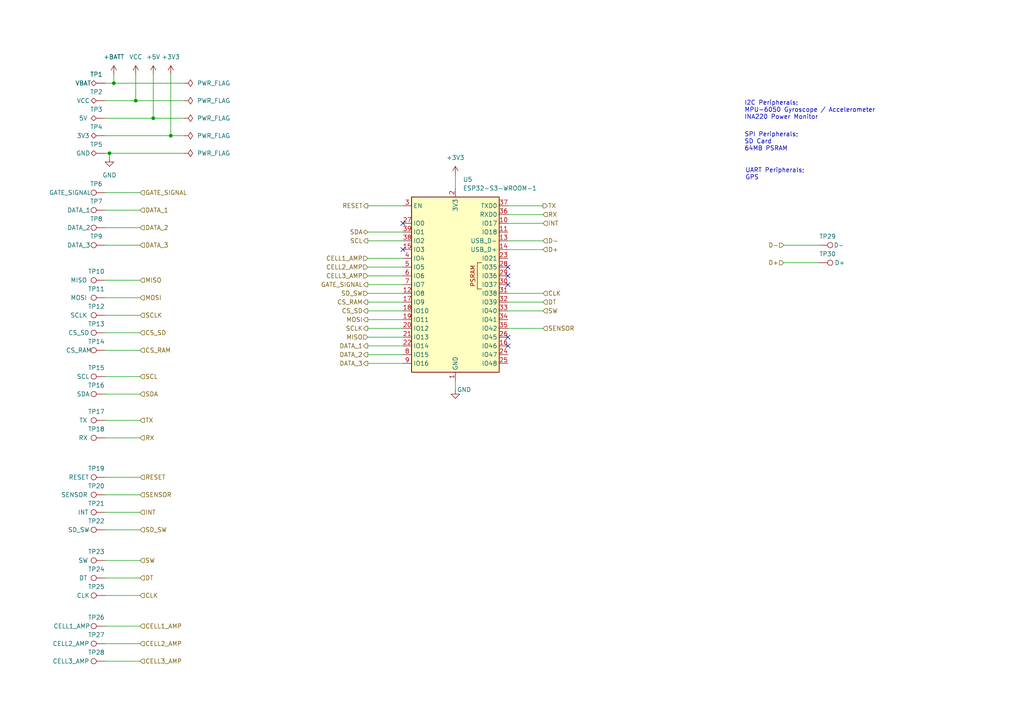
<source format=kicad_sch>
(kicad_sch (version 20231120) (generator "eeschema") (generator_version "8.0")
  (paper "A4")
  (lib_symbols
    (symbol "Connector:TestPoint" (pin_numbers hide) (pin_names (offset 0.762) hide)
      (property "Reference" "TP" (at 0 6.858 0))
      (property "Value" "TestPoint" (at 0 5.08 0))
      (symbol "TestPoint_0_1"
        (circle (center 0 3.302) (radius 0.762))
      )
      (symbol "TestPoint_1_1"
        (pin passive line (at 0 0 90) (length 2.54) (name "1") (number "1"))
      )
    )
    (symbol "Connector:TestPoint_Alt" (pin_numbers hide) (pin_names (offset 0.762) hide)
      (property "Reference" "TP" (at 0 6.858 0))
      (property "Value" "TestPoint_Alt" (at 0 5.08 0))
      (symbol "TestPoint_Alt_0_1"
        (polyline (pts (xy 0 2.54) (xy -0.762 3.302) (xy 0 4.064) (xy 0.762 3.302) (xy 0 2.54)))
      )
      (symbol "TestPoint_Alt_1_1"
        (pin passive line (at 0 0 90) (length 2.54) (name "1") (number "1"))
      )
    )
    (symbol "RF_Module:ESP32-S3-WROOM-1"
      (property "Reference" "U" (at -12.7 26.67 0))
      (property "Value" "ESP32-S3-WROOM-1" (at 12.7 26.67 0))
      (symbol "ESP32-S3-WROOM-1_0_0"
        (rectangle (start -12.7 25.4) (end 12.7 -25.4) (stroke (width 0.254)) (fill (type background)))
        (text "PSRAM" (at 5.08 2.54 900) (effects (font (size 1.27 1.27))))
      )
      (symbol "ESP32-S3-WROOM-1_0_1"
        (polyline (pts (xy 7.62 -1.27) (xy 6.35 -1.27) (xy 6.35 6.35) (xy 7.62 6.35)))
      )
      (symbol "ESP32-S3-WROOM-1_1_1"
        (pin power_in line (at 0 -27.94 90) (length 2.54) (name "GND") (number "1"))
        (pin bidirectional line (at 15.24 17.78 180) (length 2.54) (name "IO17") (number "10"))
        (pin bidirectional line (at 15.24 15.24 180) (length 2.54) (name "IO18") (number "11"))
        (pin bidirectional line (at -15.24 -2.54 0) (length 2.54) (name "IO8") (number "12"))
        (pin bidirectional line (at 15.24 12.7 180) (length 2.54) (name "USB_D-") (number "13"))
        (pin bidirectional line (at 15.24 10.16 180) (length 2.54) (name "USB_D+") (number "14"))
        (pin bidirectional line (at -15.24 10.16 0) (length 2.54) (name "IO3") (number "15"))
        (pin bidirectional line (at 15.24 -17.78 180) (length 2.54) (name "IO46") (number "16"))
        (pin bidirectional line (at -15.24 -5.08 0) (length 2.54) (name "IO9") (number "17"))
        (pin bidirectional line (at -15.24 -7.62 0) (length 2.54) (name "IO10") (number "18"))
        (pin bidirectional line (at -15.24 -10.16 0) (length 2.54) (name "IO11") (number "19"))
        (pin power_in line (at 0 27.94 270) (length 2.54) (name "3V3") (number "2"))
        (pin bidirectional line (at -15.24 -12.7 0) (length 2.54) (name "IO12") (number "20"))
        (pin bidirectional line (at -15.24 -15.24 0) (length 2.54) (name "IO13") (number "21"))
        (pin bidirectional line (at -15.24 -17.78 0) (length 2.54) (name "IO14") (number "22"))
        (pin bidirectional line (at 15.24 7.62 180) (length 2.54) (name "IO21") (number "23"))
        (pin bidirectional line (at 15.24 -20.32 180) (length 2.54) (name "IO47") (number "24"))
        (pin bidirectional line (at 15.24 -22.86 180) (length 2.54) (name "IO48") (number "25"))
        (pin bidirectional line (at 15.24 -15.24 180) (length 2.54) (name "IO45") (number "26"))
        (pin bidirectional line (at -15.24 17.78 0) (length 2.54) (name "IO0") (number "27"))
        (pin bidirectional line (at 15.24 5.08 180) (length 2.54) (name "IO35") (number "28"))
        (pin bidirectional line (at 15.24 2.54 180) (length 2.54) (name "IO36") (number "29"))
        (pin input line (at -15.24 22.86 0) (length 2.54) (name "EN") (number "3"))
        (pin bidirectional line (at 15.24 0 180) (length 2.54) (name "IO37") (number "30"))
        (pin bidirectional line (at 15.24 -2.54 180) (length 2.54) (name "IO38") (number "31"))
        (pin bidirectional line (at 15.24 -5.08 180) (length 2.54) (name "IO39") (number "32"))
        (pin bidirectional line (at 15.24 -7.62 180) (length 2.54) (name "IO40") (number "33"))
        (pin bidirectional line (at 15.24 -10.16 180) (length 2.54) (name "IO41") (number "34"))
        (pin bidirectional line (at 15.24 -12.7 180) (length 2.54) (name "IO42") (number "35"))
        (pin bidirectional line (at 15.24 20.32 180) (length 2.54) (name "RXD0") (number "36"))
        (pin bidirectional line (at 15.24 22.86 180) (length 2.54) (name "TXD0") (number "37"))
        (pin bidirectional line (at -15.24 12.7 0) (length 2.54) (name "IO2") (number "38"))
        (pin bidirectional line (at -15.24 15.24 0) (length 2.54) (name "IO1") (number "39"))
        (pin bidirectional line (at -15.24 7.62 0) (length 2.54) (name "IO4") (number "4"))
        (pin passive line (at 0 -27.94 90) (length 2.54) hide (name "GND") (number "40"))
        (pin passive line (at 0 -27.94 90) (length 2.54) hide (name "GND") (number "41"))
        (pin bidirectional line (at -15.24 5.08 0) (length 2.54) (name "IO5") (number "5"))
        (pin bidirectional line (at -15.24 2.54 0) (length 2.54) (name "IO6") (number "6"))
        (pin bidirectional line (at -15.24 0 0) (length 2.54) (name "IO7") (number "7"))
        (pin bidirectional line (at -15.24 -20.32 0) (length 2.54) (name "IO15") (number "8"))
        (pin bidirectional line (at -15.24 -22.86 0) (length 2.54) (name "IO16") (number "9"))
      )
    )
    (symbol "power:+3V3" (power) (pin_names (offset 0))
      (property "Value" "+3V3" (at 0 3.556 0))
      (symbol "+3V3_0_1"
        (polyline (pts (xy -0.762 1.27) (xy 0 2.54)))
        (polyline (pts (xy 0 0) (xy 0 2.54)))
        (polyline (pts (xy 0 2.54) (xy 0.762 1.27)))
      )
      (symbol "+3V3_1_1"
        (pin power_in line (at 0 0 90) (length 0) hide (name "+3V3") (number "1"))
      )
    )
    (symbol "power:+5V" (power) (pin_names (offset 0))
      (property "Value" "+5V" (at 0 3.556 0))
      (symbol "+5V_0_1"
        (polyline (pts (xy -0.762 1.27) (xy 0 2.54)))
        (polyline (pts (xy 0 0) (xy 0 2.54)))
        (polyline (pts (xy 0 2.54) (xy 0.762 1.27)))
      )
      (symbol "+5V_1_1"
        (pin power_in line (at 0 0 90) (length 0) hide (name "+5V") (number "1"))
      )
    )
    (symbol "power:+BATT" (power) (pin_names (offset 0))
      (property "Value" "+BATT" (at 0 3.556 0))
      (symbol "+BATT_0_1"
        (polyline (pts (xy -0.762 1.27) (xy 0 2.54)))
        (polyline (pts (xy 0 0) (xy 0 2.54)))
        (polyline (pts (xy 0 2.54) (xy 0.762 1.27)))
      )
      (symbol "+BATT_1_1"
        (pin power_in line (at 0 0 90) (length 0) hide (name "+BATT") (number "1"))
      )
    )
    (symbol "power:GND" (power) (pin_names (offset 0))
      (property "Value" "GND" (at 0 -3.81 0))
      (symbol "GND_0_1"
        (polyline (pts (xy 0 0) (xy 0 -1.27) (xy 1.27 -1.27) (xy 0 -2.54) (xy -1.27 -1.27) (xy 0 -1.27)))
      )
      (symbol "GND_1_1"
        (pin power_in line (at 0 0 270) (length 0) hide (name "GND") (number "1"))
      )
    )
    (symbol "power:PWR_FLAG" (power) (pin_numbers hide) (pin_names (offset 0) hide)
      (property "Value" "PWR_FLAG" (at 0 3.81 0))
      (symbol "PWR_FLAG_0_0"
        (pin power_out line (at 0 0 90) (length 0) (name "pwr") (number "1"))
      )
      (symbol "PWR_FLAG_0_1"
        (polyline (pts (xy 0 0) (xy 0 1.27) (xy -1.016 1.905) (xy 0 2.54) (xy 1.016 1.905) (xy 0 1.27)))
      )
    )
    (symbol "power:VCC" (power) (pin_names (offset 0))
      (property "Value" "VCC" (at 0 3.81 0))
      (symbol "VCC_0_1"
        (polyline (pts (xy -0.762 1.27) (xy 0 2.54)))
        (polyline (pts (xy 0 0) (xy 0 2.54)))
        (polyline (pts (xy 0 2.54) (xy 0.762 1.27)))
      )
      (symbol "VCC_1_1"
        (pin power_in line (at 0 0 90) (length 0) hide (name "VCC") (number "1"))
      )
    )
  )
  (junction (at 49.53 39.37))
  (junction (at 33.02 24.13))
  (junction (at 31.75 44.45))
  (junction (at 44.45 34.29))
  (junction (at 39.37 29.21))
  (no_connect (at 147.32 77.47))
  (no_connect (at 147.32 82.55))
  (no_connect (at 147.32 100.33))
  (no_connect (at 147.32 80.01))
  (no_connect (at 147.32 97.79))
  (no_connect (at 116.84 72.39))
  (no_connect (at 116.84 64.77))
  (wire (pts (xy 39.37 21.59) (xy 39.37 29.21)))
  (wire (pts (xy 147.32 85.09) (xy 157.48 85.09)))
  (wire (pts (xy 30.48 121.92) (xy 40.64 121.92)))
  (wire (pts (xy 30.48 143.51) (xy 40.64 143.51)))
  (wire (pts (xy 30.48 60.96) (xy 40.64 60.96)))
  (wire (pts (xy 39.37 29.21) (xy 53.34 29.21)))
  (wire (pts (xy 116.84 87.63) (xy 106.68 87.63)))
  (wire (pts (xy 106.68 85.09) (xy 116.84 85.09)))
  (wire (pts (xy 147.32 69.85) (xy 157.48 69.85)))
  (wire (pts (xy 116.84 74.93) (xy 106.68 74.93)))
  (wire (pts (xy 30.48 44.45) (xy 31.75 44.45)))
  (wire (pts (xy 31.75 44.45) (xy 53.34 44.45)))
  (wire (pts (xy 116.84 102.87) (xy 106.68 102.87)))
  (wire (pts (xy 30.48 101.6) (xy 40.64 101.6)))
  (wire (pts (xy 30.48 91.44) (xy 40.64 91.44)))
  (wire (pts (xy 147.32 62.23) (xy 157.48 62.23)))
  (wire (pts (xy 49.53 39.37) (xy 49.53 21.59)))
  (wire (pts (xy 30.48 55.88) (xy 40.64 55.88)))
  (wire (pts (xy 33.02 24.13) (xy 53.34 24.13)))
  (wire (pts (xy 30.48 148.59) (xy 40.64 148.59)))
  (wire (pts (xy 116.84 59.69) (xy 106.68 59.69)))
  (wire (pts (xy 116.84 67.31) (xy 106.68 67.31)))
  (wire (pts (xy 30.48 172.72) (xy 40.64 172.72)))
  (wire (pts (xy 116.84 105.41) (xy 106.68 105.41)))
  (wire (pts (xy 147.32 59.69) (xy 157.48 59.69)))
  (wire (pts (xy 116.84 82.55) (xy 106.68 82.55)))
  (wire (pts (xy 237.49 71.12) (xy 227.33 71.12)))
  (wire (pts (xy 39.37 29.21) (xy 30.48 29.21)))
  (wire (pts (xy 30.48 96.52) (xy 40.64 96.52)))
  (wire (pts (xy 30.48 109.22) (xy 40.64 109.22)))
  (wire (pts (xy 116.84 97.79) (xy 106.68 97.79)))
  (wire (pts (xy 132.08 50.8) (xy 132.08 54.61)))
  (wire (pts (xy 157.48 95.25) (xy 147.32 95.25)))
  (wire (pts (xy 30.48 86.36) (xy 40.64 86.36)))
  (wire (pts (xy 44.45 21.59) (xy 44.45 34.29)))
  (wire (pts (xy 147.32 64.77) (xy 157.48 64.77)))
  (wire (pts (xy 30.48 162.56) (xy 40.64 162.56)))
  (wire (pts (xy 30.48 114.3) (xy 40.64 114.3)))
  (wire (pts (xy 30.48 181.61) (xy 40.64 181.61)))
  (wire (pts (xy 44.45 34.29) (xy 30.48 34.29)))
  (wire (pts (xy 116.84 100.33) (xy 106.68 100.33)))
  (wire (pts (xy 30.48 127) (xy 40.64 127)))
  (wire (pts (xy 147.32 87.63) (xy 157.48 87.63)))
  (wire (pts (xy 237.49 76.2) (xy 227.33 76.2)))
  (wire (pts (xy 147.32 72.39) (xy 157.48 72.39)))
  (wire (pts (xy 30.48 66.04) (xy 40.64 66.04)))
  (wire (pts (xy 30.48 153.67) (xy 40.64 153.67)))
  (wire (pts (xy 116.84 77.47) (xy 106.68 77.47)))
  (wire (pts (xy 30.48 138.43) (xy 40.64 138.43)))
  (wire (pts (xy 30.48 191.77) (xy 40.64 191.77)))
  (wire (pts (xy 44.45 34.29) (xy 53.34 34.29)))
  (wire (pts (xy 147.32 90.17) (xy 157.48 90.17)))
  (wire (pts (xy 30.48 71.12) (xy 40.64 71.12)))
  (wire (pts (xy 116.84 90.17) (xy 106.68 90.17)))
  (wire (pts (xy 30.48 186.69) (xy 40.64 186.69)))
  (wire (pts (xy 30.48 81.28) (xy 40.64 81.28)))
  (wire (pts (xy 116.84 69.85) (xy 106.68 69.85)))
  (wire (pts (xy 116.84 95.25) (xy 106.68 95.25)))
  (wire (pts (xy 30.48 167.64) (xy 40.64 167.64)))
  (wire (pts (xy 132.08 110.49) (xy 132.08 113.03)))
  (wire (pts (xy 116.84 92.71) (xy 106.68 92.71)))
  (wire (pts (xy 30.48 39.37) (xy 49.53 39.37)))
  (wire (pts (xy 33.02 24.13) (xy 33.02 21.59)))
  (wire (pts (xy 30.48 24.13) (xy 33.02 24.13)))
  (wire (pts (xy 49.53 39.37) (xy 53.34 39.37)))
  (wire (pts (xy 31.75 44.45) (xy 31.75 45.72)))
  (wire (pts (xy 116.84 80.01) (xy 106.68 80.01)))
  (text "UART Peripherals;\nGPS\n" (at 216.154 50.546 0) (effects (font (size 1.27 1.27) (thickness 0.1588)) (justify left)))
  (text "SPI Peripherals;\nSD Card\n64MB PSRAM" (at 215.9 41.148 0) (effects (font (size 1.27 1.27) (thickness 0.1588)) (justify left)))
  (text "I2C Peripherals;\nMPU-6050 Gyroscope / Accelerometer\nINA220 Power Monitor" (at 215.9 32.004 0) (effects (font (size 1.27 1.27) (thickness 0.1588)) (justify left)))
  (hierarchical_label "DATA_1" (shape output) (at 106.68 100.33 180))
  (hierarchical_label "SD_SW" (shape input) (at 106.68 85.09 180))
  (hierarchical_label "GATE_SIGNAL" (shape input) (at 40.64 55.88 0))
  (hierarchical_label "MISO" (shape input) (at 106.68 97.79 180))
  (hierarchical_label "MISO" (shape input) (at 40.64 81.28 0))
  (hierarchical_label "INT" (shape input) (at 157.48 64.77 0))
  (hierarchical_label "SDA" (shape input) (at 40.64 114.3 0))
  (hierarchical_label "D+" (shape input) (at 227.33 76.2 180))
  (hierarchical_label "SCL" (shape output) (at 106.68 69.85 180))
  (hierarchical_label "RESET" (shape input) (at 40.64 138.43 0))
  (hierarchical_label "RESET" (shape output) (at 106.68 59.69 180))
  (hierarchical_label "DT" (shape input) (at 40.64 167.64 0))
  (hierarchical_label "CELL1_AMP" (shape input) (at 40.64 181.61 0))
  (hierarchical_label "CELL2_AMP" (shape input) (at 106.68 77.47 180))
  (hierarchical_label "SCLK" (shape output) (at 106.68 95.25 180))
  (hierarchical_label "DATA_1" (shape input) (at 40.64 60.96 0))
  (hierarchical_label "DATA_3" (shape output) (at 106.68 105.41 180))
  (hierarchical_label "TX" (shape input) (at 40.64 121.92 0))
  (hierarchical_label "SDA" (shape bidirectional) (at 106.68 67.31 180))
  (hierarchical_label "DATA_2" (shape input) (at 40.64 66.04 0))
  (hierarchical_label "SCLK" (shape input) (at 40.64 91.44 0))
  (hierarchical_label "SENSOR" (shape input) (at 157.48 95.25 0))
  (hierarchical_label "RX" (shape input) (at 40.64 127 0))
  (hierarchical_label "CS_SD" (shape input) (at 40.64 96.52 0))
  (hierarchical_label "INT" (shape input) (at 40.64 148.59 0))
  (hierarchical_label "DATA_3" (shape input) (at 40.64 71.12 0))
  (hierarchical_label "TX" (shape output) (at 157.48 59.69 0))
  (hierarchical_label "CS_RAM" (shape input) (at 40.64 101.6 0))
  (hierarchical_label "SW" (shape input) (at 40.64 162.56 0))
  (hierarchical_label "DT" (shape input) (at 157.48 87.63 0))
  (hierarchical_label "CELL3_AMP" (shape input) (at 40.64 191.77 0))
  (hierarchical_label "D-" (shape input) (at 157.48 69.85 0))
  (hierarchical_label "CELL1_AMP" (shape input) (at 106.68 74.93 180))
  (hierarchical_label "CS_SD" (shape output) (at 106.68 90.17 180))
  (hierarchical_label "MOSI" (shape input) (at 40.64 86.36 0))
  (hierarchical_label "D+" (shape input) (at 157.48 72.39 0))
  (hierarchical_label "GATE_SIGNAL" (shape output) (at 106.68 82.55 180))
  (hierarchical_label "CLK" (shape input) (at 157.48 85.09 0))
  (hierarchical_label "RX" (shape input) (at 157.48 62.23 0))
  (hierarchical_label "SCL" (shape input) (at 40.64 109.22 0))
  (hierarchical_label "CS_RAM" (shape output) (at 106.68 87.63 180))
  (hierarchical_label "CELL2_AMP" (shape input) (at 40.64 186.69 0))
  (hierarchical_label "D-" (shape input) (at 227.33 71.12 180))
  (hierarchical_label "CELL3_AMP" (shape input) (at 106.68 80.01 180))
  (hierarchical_label "DATA_2" (shape output) (at 106.68 102.87 180))
  (hierarchical_label "SW" (shape input) (at 157.48 90.17 0))
  (hierarchical_label "MOSI" (shape output) (at 106.68 92.71 180))
  (hierarchical_label "CLK" (shape input) (at 40.64 172.72 0))
  (hierarchical_label "SENSOR" (shape input) (at 40.64 143.51 0))
  (hierarchical_label "SD_SW" (shape input) (at 40.64 153.67 0))
  (symbol (lib_id "RF_Module:ESP32-S3-WROOM-1") (at 132.08 82.55 0) (unit 1)
    (property "Reference" "U5" (at 134.2741 52.07 0) (effects (justify left)))
    (property "Value" "ESP32-S3-WROOM-1" (at 134.2741 54.61 0) (effects (justify left)))
    (property "Footprint" "RF_Module:ESP32-S3-WROOM-1" (effects (hide yes)))
    (property "Datasheet" "https://www.espressif.com/sites/default/files/documentation/esp32-s3-wroom-1_wroom-1u_datasheet_en.pdf" (effects (hide yes)))
    (property "Description" "RF Module, ESP32-S3 SoC, Wi-Fi 802.11b/g/n, Bluetooth, BLE, 32-bit, 3.3V, onboard antenna, SMD" (effects (hide yes)))
  )
  (symbol (lib_id "Connector:TestPoint_Alt") (at 30.48 24.13 90) (unit 1)
    (property "Reference" "TP1" (at 27.94 21.59 90))
    (property "Value" "VBAT" (at 24.13 24.13 90))
    (property "Footprint" "TestPoint:TestPoint_Pad_3.0x3.0mm" (effects (hide yes)))
  )
  (symbol (lib_id "Connector:TestPoint") (at 30.48 86.36 90) (unit 1)
    (property "Reference" "TP11" (at 27.94 83.82 90))
    (property "Value" "MOSI" (at 22.86 86.36 90))
    (property "Footprint" "TestPoint:TestPoint_Pad_D1.5mm" (effects (hide yes)))
  )
  (symbol (lib_id "Connector:TestPoint") (at 30.48 66.04 90) (unit 1)
    (property "Reference" "TP8" (at 27.94 63.5 90))
    (property "Value" "DATA_2" (at 22.86 66.04 90))
    (property "Footprint" "TestPoint:TestPoint_Pad_D1.5mm" (effects (hide yes)))
  )
  (symbol (lib_id "power:PWR_FLAG") (at 53.34 29.21 270) (unit 1)
    (property "Reference" "#FLG02" (effects (hide yes)))
    (property "Value" "PWR_FLAG" (at 57.15 29.21 90) (effects (justify left)))
  )
  (symbol (lib_id "Connector:TestPoint") (at 30.48 186.69 90) (unit 1)
    (property "Reference" "TP27" (at 27.94 184.15 90))
    (property "Value" "CELL2_AMP" (at 20.574 186.69 90))
    (property "Footprint" "TestPoint:TestPoint_Pad_D1.5mm" (effects (hide yes)))
  )
  (symbol (lib_id "power:PWR_FLAG") (at 53.34 44.45 270) (unit 1)
    (property "Reference" "#FLG05" (effects (hide yes)))
    (property "Value" "PWR_FLAG" (at 57.15 44.45 90) (effects (justify left)))
  )
  (symbol (lib_id "Connector:TestPoint") (at 237.49 71.12 270) (mirror x) (unit 1)
    (property "Reference" "TP29" (at 240.03 68.58 90))
    (property "Value" "D-" (at 243.332 71.12 90))
    (property "Footprint" "TestPoint:TestPoint_Pad_D1.5mm" (effects (hide yes)))
  )
  (symbol (lib_id "Connector:TestPoint") (at 30.48 55.88 90) (unit 1)
    (property "Reference" "TP6" (at 27.94 53.34 90))
    (property "Value" "GATE_SIGNAL" (at 20.32 55.88 90))
    (property "Footprint" "TestPoint:TestPoint_Pad_D1.5mm" (effects (hide yes)))
  )
  (symbol (lib_id "Connector:TestPoint") (at 30.48 71.12 90) (unit 1)
    (property "Reference" "TP9" (at 27.94 68.58 90))
    (property "Value" "DATA_3" (at 22.86 71.12 90))
    (property "Footprint" "TestPoint:TestPoint_Pad_D1.5mm" (effects (hide yes)))
  )
  (symbol (lib_id "Connector:TestPoint") (at 30.48 81.28 90) (unit 1)
    (property "Reference" "TP10" (at 27.94 78.74 90))
    (property "Value" "MISO" (at 22.86 81.28 90))
    (property "Footprint" "TestPoint:TestPoint_Pad_D1.5mm" (effects (hide yes)))
  )
  (symbol (lib_id "Connector:TestPoint") (at 30.48 60.96 90) (unit 1)
    (property "Reference" "TP7" (at 27.94 58.42 90))
    (property "Value" "DATA_1" (at 22.86 60.96 90))
    (property "Footprint" "TestPoint:TestPoint_Pad_D1.5mm" (effects (hide yes)))
  )
  (symbol (lib_id "power:PWR_FLAG") (at 53.34 34.29 270) (unit 1)
    (property "Reference" "#FLG03" (effects (hide yes)))
    (property "Value" "PWR_FLAG" (at 57.15 34.29 90) (effects (justify left)))
  )
  (symbol (lib_id "Connector:TestPoint") (at 30.48 153.67 90) (unit 1)
    (property "Reference" "TP22" (at 27.94 151.13 90))
    (property "Value" "SD_SW" (at 22.86 153.67 90))
    (property "Footprint" "TestPoint:TestPoint_Pad_D1.5mm" (effects (hide yes)))
  )
  (symbol (lib_id "Connector:TestPoint_Alt") (at 30.48 44.45 90) (unit 1)
    (property "Reference" "TP5" (at 27.94 41.91 90))
    (property "Value" "GND" (at 24.13 44.45 90))
    (property "Footprint" "TestPoint:TestPoint_Pad_3.0x3.0mm" (effects (hide yes)))
  )
  (symbol (lib_id "Connector:TestPoint") (at 30.48 138.43 90) (unit 1)
    (property "Reference" "TP19" (at 27.94 135.89 90))
    (property "Value" "RESET" (at 22.86 138.43 90))
    (property "Footprint" "TestPoint:TestPoint_Pad_D1.5mm" (effects (hide yes)))
  )
  (symbol (lib_id "Connector:TestPoint_Alt") (at 30.48 29.21 90) (unit 1)
    (property "Reference" "TP2" (at 27.94 26.67 90))
    (property "Value" "VCC" (at 24.13 29.21 90))
    (property "Footprint" "TestPoint:TestPoint_Pad_3.0x3.0mm" (effects (hide yes)))
  )
  (symbol (lib_id "Connector:TestPoint") (at 237.49 76.2 270) (mirror x) (unit 1)
    (property "Reference" "TP30" (at 240.03 73.66 90))
    (property "Value" "D+" (at 243.586 76.2 90))
    (property "Footprint" "TestPoint:TestPoint_Pad_D1.5mm" (effects (hide yes)))
  )
  (symbol (lib_id "power:+3V3") (at 49.53 21.59 0) (unit 1)
    (property "Reference" "#PWR023" (effects (hide yes)))
    (property "Value" "+3V3" (at 49.53 16.51 0))
  )
  (symbol (lib_id "Connector:TestPoint_Alt") (at 30.48 39.37 90) (unit 1)
    (property "Reference" "TP4" (at 27.94 36.83 90))
    (property "Value" "3V3" (at 24.13 39.37 90))
    (property "Footprint" "TestPoint:TestPoint_Pad_3.0x3.0mm" (effects (hide yes)))
  )
  (symbol (lib_id "power:GND") (at 132.08 113.03 0) (unit 1)
    (property "Reference" "#PWR018" (effects (hide yes)))
    (property "Value" "GND" (at 134.62 113.03 0))
  )
  (symbol (lib_id "Connector:TestPoint") (at 30.48 121.92 90) (unit 1)
    (property "Reference" "TP17" (at 27.94 119.38 90))
    (property "Value" "TX" (at 24.13 121.92 90))
    (property "Footprint" "TestPoint:TestPoint_Pad_D1.5mm" (effects (hide yes)))
  )
  (symbol (lib_id "Connector:TestPoint") (at 30.48 191.77 90) (unit 1)
    (property "Reference" "TP28" (at 27.94 189.23 90))
    (property "Value" "CELL3_AMP" (at 20.574 191.77 90))
    (property "Footprint" "TestPoint:TestPoint_Pad_D1.5mm" (effects (hide yes)))
  )
  (symbol (lib_id "Connector:TestPoint") (at 30.48 114.3 90) (unit 1)
    (property "Reference" "TP16" (at 27.94 111.76 90))
    (property "Value" "SDA" (at 24.13 114.3 90))
    (property "Footprint" "TestPoint:TestPoint_Pad_D1.5mm" (effects (hide yes)))
  )
  (symbol (lib_id "Connector:TestPoint") (at 30.48 101.6 90) (unit 1)
    (property "Reference" "TP14" (at 27.94 99.06 90))
    (property "Value" "CS_RAM" (at 22.86 101.6 90))
    (property "Footprint" "TestPoint:TestPoint_Pad_D1.5mm" (effects (hide yes)))
  )
  (symbol (lib_id "power:PWR_FLAG") (at 53.34 39.37 270) (unit 1)
    (property "Reference" "#FLG04" (effects (hide yes)))
    (property "Value" "PWR_FLAG" (at 57.15 39.37 90) (effects (justify left)))
  )
  (symbol (lib_id "Connector:TestPoint") (at 30.48 96.52 90) (unit 1)
    (property "Reference" "TP13" (at 27.94 93.98 90))
    (property "Value" "CS_SD" (at 22.86 96.52 90))
    (property "Footprint" "TestPoint:TestPoint_Pad_D1.5mm" (effects (hide yes)))
  )
  (symbol (lib_id "Connector:TestPoint") (at 30.48 181.61 90) (unit 1)
    (property "Reference" "TP26" (at 27.94 179.07 90))
    (property "Value" "CELL1_AMP" (at 20.828 181.61 90))
    (property "Footprint" "TestPoint:TestPoint_Pad_D1.5mm" (effects (hide yes)))
  )
  (symbol (lib_id "Connector:TestPoint") (at 30.48 172.72 90) (unit 1)
    (property "Reference" "TP25" (at 27.94 170.18 90))
    (property "Value" "CLK" (at 24.13 172.72 90))
    (property "Footprint" "TestPoint:TestPoint_Pad_D1.5mm" (effects (hide yes)))
  )
  (symbol (lib_id "power:+3V3") (at 132.08 50.8 0) (unit 1)
    (property "Reference" "#PWR017" (effects (hide yes)))
    (property "Value" "+3V3" (at 132.08 45.72 0))
  )
  (symbol (lib_id "Connector:TestPoint") (at 30.48 162.56 90) (unit 1)
    (property "Reference" "TP23" (at 27.94 160.02 90))
    (property "Value" "SW" (at 24.13 162.56 90))
    (property "Footprint" "TestPoint:TestPoint_Pad_D1.5mm" (effects (hide yes)))
  )
  (symbol (lib_id "Connector:TestPoint") (at 30.48 148.59 90) (unit 1)
    (property "Reference" "TP21" (at 27.94 146.05 90))
    (property "Value" "INT" (at 24.13 148.59 90))
    (property "Footprint" "TestPoint:TestPoint_Pad_D1.5mm" (effects (hide yes)))
  )
  (symbol (lib_id "power:PWR_FLAG") (at 53.34 24.13 270) (unit 1)
    (property "Reference" "#FLG01" (effects (hide yes)))
    (property "Value" "PWR_FLAG" (at 57.15 24.13 90) (effects (justify left)))
  )
  (symbol (lib_id "Connector:TestPoint") (at 30.48 143.51 90) (unit 1)
    (property "Reference" "TP20" (at 27.94 140.97 90))
    (property "Value" "SENSOR" (at 21.59 143.51 90))
    (property "Footprint" "TestPoint:TestPoint_Pad_D1.5mm" (effects (hide yes)))
  )
  (symbol (lib_id "Connector:TestPoint") (at 30.48 167.64 90) (unit 1)
    (property "Reference" "TP24" (at 27.94 165.1 90))
    (property "Value" "DT" (at 24.13 167.64 90))
    (property "Footprint" "TestPoint:TestPoint_Pad_D1.5mm" (effects (hide yes)))
  )
  (symbol (lib_id "power:+5V") (at 44.45 21.59 0) (unit 1)
    (property "Reference" "#PWR022" (effects (hide yes)))
    (property "Value" "+5V" (at 44.45 16.51 0))
  )
  (symbol (lib_id "power:GND") (at 31.75 45.72 0) (unit 1)
    (property "Reference" "#PWR019" (effects (hide yes)))
    (property "Value" "GND" (at 31.75 50.8 0))
  )
  (symbol (lib_id "power:+BATT") (at 33.02 21.59 0) (unit 1)
    (property "Reference" "#PWR020" (effects (hide yes)))
    (property "Value" "+BATT" (at 33.02 16.51 0))
  )
  (symbol (lib_id "Connector:TestPoint") (at 30.48 109.22 90) (unit 1)
    (property "Reference" "TP15" (at 27.94 106.68 90))
    (property "Value" "SCL" (at 24.13 109.22 90))
    (property "Footprint" "TestPoint:TestPoint_Pad_D1.5mm" (effects (hide yes)))
  )
  (symbol (lib_id "Connector:TestPoint") (at 30.48 127 90) (unit 1)
    (property "Reference" "TP18" (at 27.94 124.46 90))
    (property "Value" "RX" (at 24.13 127 90))
    (property "Footprint" "TestPoint:TestPoint_Pad_D1.5mm" (effects (hide yes)))
  )
  (symbol (lib_id "Connector:TestPoint_Alt") (at 30.48 34.29 90) (unit 1)
    (property "Reference" "TP3" (at 27.94 31.75 90))
    (property "Value" "5V" (at 24.13 34.29 90))
    (property "Footprint" "TestPoint:TestPoint_Pad_3.0x3.0mm" (effects (hide yes)))
  )
  (symbol (lib_id "power:VCC") (at 39.37 21.59 0) (unit 1)
    (property "Reference" "#PWR021" (effects (hide yes)))
    (property "Value" "VCC" (at 39.37 16.51 0))
  )
  (symbol (lib_id "Connector:TestPoint") (at 30.48 91.44 90) (unit 1)
    (property "Reference" "TP12" (at 27.94 88.9 90))
    (property "Value" "SCLK" (at 22.86 91.44 90))
    (property "Footprint" "TestPoint:TestPoint_Pad_D1.5mm" (effects (hide yes)))
  )
)
</source>
